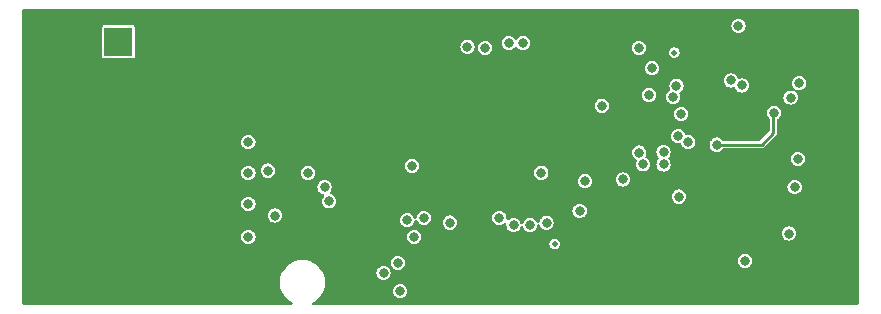
<source format=gbr>
%TF.GenerationSoftware,KiCad,Pcbnew,8.0.5*%
%TF.CreationDate,2024-10-21T10:38:41+01:00*%
%TF.ProjectId,LEXI-R422-Rev 3,4c455849-2d52-4343-9232-2d5265762033,rev?*%
%TF.SameCoordinates,Original*%
%TF.FileFunction,Copper,L3,Inr*%
%TF.FilePolarity,Positive*%
%FSLAX46Y46*%
G04 Gerber Fmt 4.6, Leading zero omitted, Abs format (unit mm)*
G04 Created by KiCad (PCBNEW 8.0.5) date 2024-10-21 10:38:41*
%MOMM*%
%LPD*%
G01*
G04 APERTURE LIST*
%TA.AperFunction,ComponentPad*%
%ADD10C,0.600000*%
%TD*%
%TA.AperFunction,ComponentPad*%
%ADD11R,2.400000X2.400000*%
%TD*%
%TA.AperFunction,ComponentPad*%
%ADD12C,2.400000*%
%TD*%
%TA.AperFunction,ViaPad*%
%ADD13C,0.600000*%
%TD*%
%TA.AperFunction,ViaPad*%
%ADD14C,0.400000*%
%TD*%
%TA.AperFunction,ViaPad*%
%ADD15C,0.500000*%
%TD*%
%TA.AperFunction,ViaPad*%
%ADD16C,0.800000*%
%TD*%
%TA.AperFunction,Conductor*%
%ADD17C,0.200000*%
%TD*%
%TA.AperFunction,Conductor*%
%ADD18C,0.250000*%
%TD*%
G04 APERTURE END LIST*
D10*
%TO.N,GND*%
%TO.C,U1*%
X26450000Y6650000D03*
X26450000Y5650000D03*
%TD*%
D11*
%TO.N,/+3V6d*%
%TO.C,BT1*%
X11750000Y19500000D03*
D12*
%TO.N,GND*%
X11750000Y-1500000D03*
X15500000Y-1500000D03*
X8000000Y-1500000D03*
%TD*%
D13*
%TO.N,GND*%
X70993000Y-993657D03*
X17653000Y-993657D03*
X51943000Y18056343D03*
X18923000Y276343D03*
X53213000Y-993657D03*
X4953000Y4086343D03*
X22733000Y276343D03*
X72263000Y14246343D03*
X13843000Y14246343D03*
X41783000Y2816343D03*
X73533000Y276343D03*
X11303000Y10436343D03*
X73533000Y2816343D03*
X11303000Y9166343D03*
X12573000Y10436343D03*
X31623000Y-993657D03*
X73533000Y12976343D03*
X29083000Y12976343D03*
X31623000Y20596343D03*
X68453000Y-993657D03*
X25273000Y10436343D03*
X8763000Y19326343D03*
X70993000Y1546343D03*
D14*
X35400000Y15200000D03*
X32400000Y15000000D03*
D13*
X13843000Y11706343D03*
X7493000Y1546343D03*
X73533000Y4086343D03*
X10033000Y11706343D03*
X18923000Y14246343D03*
X21463000Y14246343D03*
X7493000Y18056343D03*
X10033000Y14246343D03*
X22733000Y16786343D03*
X6223000Y11706343D03*
X37973000Y20596343D03*
X6223000Y18056343D03*
X13843000Y4086343D03*
D14*
X57000000Y18400000D03*
D13*
X72263000Y1546343D03*
X39243000Y19326343D03*
X32893000Y11706343D03*
X73533000Y1546343D03*
X24003000Y14246343D03*
X4953000Y-993657D03*
X15113000Y9166343D03*
X13843000Y16786343D03*
X30353000Y12976343D03*
X20193000Y6626343D03*
D14*
X27130000Y16960000D03*
D13*
X50673000Y1546343D03*
X51943000Y16786343D03*
X24003000Y-993657D03*
X6223000Y15516343D03*
X22733000Y14246343D03*
X18923000Y-993657D03*
X22733000Y18056343D03*
X15113000Y11706343D03*
X12573000Y5356343D03*
D14*
X30590000Y17150000D03*
D13*
X34163000Y11706343D03*
X25273000Y276343D03*
X6223000Y276343D03*
X51943000Y-993657D03*
X6223000Y20596343D03*
X54483000Y-993657D03*
X51943000Y19326343D03*
X41783000Y4086343D03*
D14*
X31800000Y15000000D03*
D13*
X58293000Y-993657D03*
X20193000Y11706343D03*
X72263000Y276343D03*
X72263000Y6626343D03*
X11303000Y11706343D03*
X20193000Y2816343D03*
X15113000Y4086343D03*
X11303000Y5356343D03*
D14*
X32400000Y17200000D03*
D13*
X22733000Y-993657D03*
X73533000Y14246343D03*
X73533000Y-993657D03*
X20193000Y5356343D03*
X25273000Y15516343D03*
X26543000Y12976343D03*
X8763000Y1546343D03*
X30353000Y-993657D03*
X20193000Y7896343D03*
X13843000Y2816343D03*
X57023000Y-993657D03*
X72263000Y2816343D03*
X21463000Y19326343D03*
X13843000Y18056343D03*
X24003000Y16786343D03*
X16383000Y15516343D03*
X15113000Y1546343D03*
X7493000Y19326343D03*
X10033000Y276343D03*
X18923000Y15516343D03*
X4953000Y16786343D03*
X49403000Y1546343D03*
X73533000Y11706343D03*
X11303000Y4086343D03*
X21463000Y16786343D03*
D14*
X33000000Y15000000D03*
D15*
X51400000Y10200000D03*
D13*
X7493000Y15516343D03*
X59563000Y-993657D03*
X12573000Y11706343D03*
X26543000Y11706343D03*
X58293000Y5356343D03*
X50673000Y-993657D03*
X57023000Y1546343D03*
X21463000Y276343D03*
X55753000Y1546343D03*
X72263000Y12976343D03*
D14*
X28920000Y17470000D03*
D13*
X56300000Y7300000D03*
X17653000Y14246343D03*
X21463000Y18056343D03*
X63373000Y-993657D03*
X15113000Y5356343D03*
X12573000Y4086343D03*
X32893000Y10436343D03*
X10033000Y16786343D03*
X32893000Y20596343D03*
X20193000Y4086343D03*
X10033000Y15516343D03*
X8763000Y15516343D03*
X34163000Y20596343D03*
X12573000Y2816343D03*
X13843000Y19326343D03*
X24003000Y18056343D03*
X25273000Y12976343D03*
X35433000Y19326343D03*
X21463000Y15516343D03*
X12573000Y1546343D03*
X13843000Y5356343D03*
X13843000Y9166343D03*
X24003000Y276343D03*
X55753000Y5356343D03*
X24003000Y19326343D03*
X27813000Y11706343D03*
X68453000Y276343D03*
X31623000Y12976343D03*
X32893000Y19326343D03*
X13843000Y15516343D03*
X4953000Y18056343D03*
D14*
X29990000Y17120000D03*
D13*
X7493000Y20596343D03*
D14*
X26840000Y17480000D03*
X36000000Y15200000D03*
D13*
X41783000Y1546343D03*
D14*
X28220000Y15600000D03*
D13*
X72263000Y9166343D03*
X8763000Y12976343D03*
X13843000Y6626343D03*
X15113000Y14246343D03*
D16*
X22707600Y21285200D03*
D13*
X15113000Y15516343D03*
X20193000Y276343D03*
X20193000Y1546343D03*
X70993000Y276343D03*
D14*
X31200000Y15000000D03*
D13*
X36703000Y20596343D03*
X34163000Y19326343D03*
D14*
X29340000Y17120000D03*
D13*
X69723000Y276343D03*
X64643000Y-993657D03*
X58293000Y1546343D03*
X29083000Y11706343D03*
X27813000Y12976343D03*
X11303000Y2816343D03*
X7493000Y16786343D03*
X4953000Y15516343D03*
X15113000Y12976343D03*
X34163000Y12976343D03*
X30353000Y11706343D03*
X73533000Y10436343D03*
X39243000Y20596343D03*
X35433000Y20596343D03*
X73533000Y7896343D03*
X48133000Y19326343D03*
X73533000Y6626343D03*
X4953000Y11706343D03*
X26543000Y10436343D03*
X25273000Y11706343D03*
X4953000Y276343D03*
X12573000Y16786343D03*
X20193000Y12976343D03*
X36703000Y19326343D03*
X16383000Y14246343D03*
X4953000Y20596343D03*
X8763000Y16786343D03*
X60833000Y-993657D03*
X8763000Y2816343D03*
X12573000Y7896343D03*
X26543000Y14246343D03*
X15113000Y2816343D03*
X25273000Y1546343D03*
X35433000Y12976343D03*
X72263000Y11706343D03*
X7493000Y14246343D03*
X4953000Y19326343D03*
X11303000Y12976343D03*
D14*
X31800000Y17200000D03*
D13*
X10033000Y12976343D03*
X17653000Y15516343D03*
X41783000Y-993657D03*
X32893000Y12976343D03*
X73533000Y9166343D03*
D14*
X31200000Y17200000D03*
D13*
X20193000Y9166343D03*
X10033000Y1546343D03*
X4953000Y1546343D03*
X6223000Y16786343D03*
X15113000Y6626343D03*
D14*
X28740000Y15350000D03*
D13*
X15113000Y10436343D03*
X13843000Y276343D03*
X20193000Y-993657D03*
X24003000Y15516343D03*
X10033000Y4086343D03*
X12573000Y14246343D03*
X22733000Y19326343D03*
X8763000Y4086343D03*
X55753000Y-993657D03*
X11303000Y14246343D03*
X72263000Y7896343D03*
X10033000Y2816343D03*
X20193000Y15516343D03*
X8763000Y20596343D03*
D14*
X34800000Y17200000D03*
D13*
X11303000Y15516343D03*
X25273000Y16786343D03*
D14*
X36600000Y17000000D03*
X36000000Y17000000D03*
D13*
X20193000Y10436343D03*
X34163000Y9166343D03*
X40513000Y1546343D03*
X31623000Y19326343D03*
D14*
X67800000Y10600000D03*
D13*
X8763000Y18056343D03*
D14*
X33000000Y17200000D03*
D13*
X73533000Y5356343D03*
X13843000Y20596343D03*
D14*
X33600000Y15000000D03*
D13*
X72263000Y-993657D03*
X72263000Y4086343D03*
D14*
X27350000Y16440000D03*
X35400000Y17000000D03*
X27740000Y15970000D03*
D13*
X49403000Y-993657D03*
X11303000Y16786343D03*
X72263000Y10436343D03*
X12573000Y9166343D03*
X12573000Y12976343D03*
X13843000Y12976343D03*
X6223000Y19326343D03*
D14*
X33600000Y17200000D03*
D13*
X69723000Y1546343D03*
X13843000Y10436343D03*
D14*
X34200000Y17200000D03*
D13*
X12573000Y6626343D03*
X31623000Y11706343D03*
X69723000Y-993657D03*
X34163000Y10436343D03*
X15113000Y7896343D03*
X21463000Y-993657D03*
X17653000Y276343D03*
X20193000Y14246343D03*
X25273000Y14246343D03*
X37973000Y19326343D03*
X62103000Y-993657D03*
D14*
X36600000Y15200000D03*
X56800000Y16200000D03*
D13*
X22733000Y15516343D03*
X12573000Y15516343D03*
X13843000Y1546343D03*
X13843000Y7896343D03*
X48133000Y20596343D03*
X35433000Y11706343D03*
X11303000Y1546343D03*
X8763000Y14246343D03*
D16*
%TO.N,/uRST*%
X56675000Y15000000D03*
X48000000Y4200000D03*
%TO.N,/uCLK*%
X46600000Y4000000D03*
X56920000Y17280000D03*
%TO.N,/uData*%
X45200000Y4000000D03*
X55800000Y19000000D03*
D15*
%TO.N,/uVDD*%
X48700000Y2400000D03*
D16*
X44000000Y4600000D03*
%TO.N,/VBAT*%
X29200000Y7200000D03*
X36200000Y4400000D03*
X39800000Y4200000D03*
X35400000Y800000D03*
X37600000Y4600000D03*
X35600000Y-1600000D03*
X36800000Y3000000D03*
X29600000Y6000000D03*
X27800000Y8400000D03*
%TO.N,/uPWRKEY*%
X64800000Y959998D03*
%TO.N,/uDTR*%
X63616429Y16235000D03*
%TO.N,/TxD*%
X69275000Y9600000D03*
%TO.N,/RxD*%
X69000000Y7200000D03*
%TO.N,/uDCD*%
X64532815Y15808952D03*
%TO.N,/RXD*%
X59148889Y11524985D03*
X41300000Y19100000D03*
X56152123Y9135421D03*
%TO.N,/TXD*%
X60000000Y11000000D03*
X57900000Y10150000D03*
X42800000Y19000000D03*
%TO.N,/VDD_EXT*%
X59200000Y6400000D03*
X36600000Y9000000D03*
X59000000Y15800000D03*
D15*
X58800000Y18600000D03*
D16*
%TO.N,/DTR*%
X46000000Y19400000D03*
X55850000Y10124985D03*
X59400000Y13400000D03*
%TO.N,/DCD*%
X44800000Y19400000D03*
%TO.N,/PWRKEY*%
X50800000Y5200000D03*
%TO.N,/Alim*%
X34200000Y-50000D03*
%TO.N,/+3V6d*%
X22750000Y8400000D03*
X69400000Y16000000D03*
X22750000Y5800000D03*
X24400000Y8600000D03*
X25000000Y4800000D03*
X22750000Y11000000D03*
X22750000Y3000000D03*
%TO.N,/+3V3_UC*%
X68500000Y3275000D03*
X67250000Y13500000D03*
X62400000Y10800000D03*
%TO.N,/Vbus*%
X58725000Y14838555D03*
X52675000Y14100000D03*
%TO.N,/U5V*%
X54450000Y7850000D03*
X51250000Y7700000D03*
%TO.N,/P99*%
X57900001Y9125000D03*
X47557087Y8427165D03*
%TO.N,/Network*%
X64246154Y20869231D03*
%TO.N,/PowerDown*%
X68660000Y14790000D03*
%TD*%
D17*
%TO.N,/TXD*%
X60000000Y11000000D02*
X59824985Y10824985D01*
D18*
%TO.N,/+3V3_UC*%
X67200000Y13450000D02*
X67250000Y13500000D01*
X62400000Y10800000D02*
X66200000Y10800000D01*
X67200000Y11800000D02*
X67200000Y13450000D01*
X66200000Y10800000D02*
X67200000Y11800000D01*
%TD*%
%TA.AperFunction,Conductor*%
%TO.N,GND*%
G36*
X74361321Y22264398D02*
G01*
X74407814Y22210742D01*
X74419200Y22158400D01*
X74419200Y-2654000D01*
X74399198Y-2722121D01*
X74345542Y-2768614D01*
X74293200Y-2780000D01*
X28282337Y-2780000D01*
X28214216Y-2759998D01*
X28167723Y-2706342D01*
X28157619Y-2636068D01*
X28187113Y-2571488D01*
X28219337Y-2544881D01*
X28331087Y-2480361D01*
X28388527Y-2447199D01*
X28586176Y-2295538D01*
X28762338Y-2119376D01*
X28913999Y-1921727D01*
X29038564Y-1705973D01*
X29082460Y-1599999D01*
X34994318Y-1599999D01*
X34994318Y-1600000D01*
X35014955Y-1756760D01*
X35014956Y-1756762D01*
X35075464Y-1902841D01*
X35171718Y-2028282D01*
X35297159Y-2124536D01*
X35443238Y-2185044D01*
X35600000Y-2205682D01*
X35756762Y-2185044D01*
X35902841Y-2124536D01*
X36028282Y-2028282D01*
X36124536Y-1902841D01*
X36185044Y-1756762D01*
X36205682Y-1600000D01*
X36185044Y-1443238D01*
X36124536Y-1297159D01*
X36028282Y-1171718D01*
X35902841Y-1075464D01*
X35756762Y-1014956D01*
X35756760Y-1014955D01*
X35600000Y-994318D01*
X35443239Y-1014955D01*
X35297160Y-1075463D01*
X35297157Y-1075465D01*
X35171718Y-1171718D01*
X35075465Y-1297157D01*
X35075463Y-1297160D01*
X35014955Y-1443239D01*
X34994318Y-1599999D01*
X29082460Y-1599999D01*
X29133902Y-1475807D01*
X29198382Y-1235165D01*
X29230900Y-988165D01*
X29230900Y-739035D01*
X29198382Y-492035D01*
X29133902Y-251393D01*
X29050482Y-49999D01*
X33594318Y-49999D01*
X33594318Y-50000D01*
X33614955Y-206760D01*
X33614956Y-206762D01*
X33675464Y-352841D01*
X33771718Y-478282D01*
X33897159Y-574536D01*
X34043238Y-635044D01*
X34200000Y-655682D01*
X34356762Y-635044D01*
X34502841Y-574536D01*
X34628282Y-478282D01*
X34724536Y-352841D01*
X34785044Y-206762D01*
X34805682Y-50000D01*
X34785044Y106762D01*
X34724536Y252841D01*
X34628282Y378282D01*
X34502841Y474536D01*
X34356762Y535044D01*
X34200000Y555682D01*
X34043238Y535044D01*
X33897159Y474536D01*
X33771718Y378282D01*
X33675465Y252842D01*
X33675463Y252839D01*
X33614955Y106760D01*
X33594318Y-49999D01*
X29050482Y-49999D01*
X29038564Y-21227D01*
X29038558Y-21218D01*
X29038557Y-21214D01*
X28961290Y112615D01*
X28913999Y194527D01*
X28762338Y392176D01*
X28586176Y568338D01*
X28388527Y719999D01*
X28249961Y800000D01*
X34794318Y800000D01*
X34794318Y799999D01*
X34814955Y643239D01*
X34875463Y497160D01*
X34875465Y497157D01*
X34971718Y371718D01*
X35097157Y275465D01*
X35097160Y275463D01*
X35243239Y214955D01*
X35400000Y194318D01*
X35556760Y214955D01*
X35702839Y275463D01*
X35702842Y275465D01*
X35828282Y371718D01*
X35924536Y497159D01*
X35985044Y643238D01*
X36005682Y800000D01*
X35985044Y956762D01*
X35983704Y959998D01*
X64194318Y959998D01*
X64194318Y959997D01*
X64214955Y803237D01*
X64275463Y657158D01*
X64275465Y657155D01*
X64371718Y531716D01*
X64497157Y435463D01*
X64497160Y435461D01*
X64643239Y374953D01*
X64800000Y354316D01*
X64956760Y374953D01*
X65102839Y435461D01*
X65102842Y435463D01*
X65228282Y531716D01*
X65324536Y657157D01*
X65385044Y803236D01*
X65405682Y959998D01*
X65385044Y1116760D01*
X65324536Y1262839D01*
X65228282Y1388280D01*
X65102841Y1484534D01*
X64956762Y1545042D01*
X64800000Y1565680D01*
X64643238Y1545042D01*
X64497159Y1484534D01*
X64371718Y1388280D01*
X64275465Y1262840D01*
X64275463Y1262837D01*
X64214955Y1116758D01*
X64194318Y959998D01*
X35983704Y959998D01*
X35924536Y1102841D01*
X35828282Y1228282D01*
X35702841Y1324536D01*
X35556762Y1385044D01*
X35400000Y1405682D01*
X35243238Y1385044D01*
X35097159Y1324536D01*
X34971718Y1228282D01*
X34886143Y1116758D01*
X34875465Y1102842D01*
X34875463Y1102839D01*
X34814955Y956760D01*
X34794318Y800000D01*
X28249961Y800000D01*
X28172773Y844564D01*
X27942607Y939902D01*
X27701965Y1004382D01*
X27701958Y1004382D01*
X27701958Y1004383D01*
X27678190Y1007511D01*
X27454965Y1036900D01*
X27205835Y1036900D01*
X27022499Y1012763D01*
X26958841Y1004383D01*
X26958839Y1004382D01*
X26958835Y1004382D01*
X26718193Y939902D01*
X26488027Y844564D01*
X26488018Y844558D01*
X26488014Y844557D01*
X26272276Y720001D01*
X26272273Y719999D01*
X26074624Y568338D01*
X26074618Y568332D01*
X26074613Y568328D01*
X25898471Y392186D01*
X25898466Y392180D01*
X25898462Y392176D01*
X25762477Y214956D01*
X25746798Y194523D01*
X25622242Y-21214D01*
X25622237Y-21225D01*
X25526898Y-251393D01*
X25526897Y-251397D01*
X25462416Y-492041D01*
X25429900Y-739032D01*
X25429900Y-988167D01*
X25462416Y-1235158D01*
X25462418Y-1235165D01*
X25526898Y-1475807D01*
X25622236Y-1705973D01*
X25622237Y-1705974D01*
X25622242Y-1705985D01*
X25746798Y-1921723D01*
X25746800Y-1921726D01*
X25746801Y-1921727D01*
X25898462Y-2119376D01*
X25898466Y-2119380D01*
X25898471Y-2119386D01*
X26074613Y-2295528D01*
X26074618Y-2295532D01*
X26074624Y-2295538D01*
X26272273Y-2447199D01*
X26272276Y-2447201D01*
X26441463Y-2544881D01*
X26490456Y-2596263D01*
X26503892Y-2665977D01*
X26477506Y-2731888D01*
X26419674Y-2773070D01*
X26378463Y-2780000D01*
X3751000Y-2780000D01*
X3682879Y-2759998D01*
X3636386Y-2706342D01*
X3625000Y-2654000D01*
X3625000Y3000000D01*
X22144318Y3000000D01*
X22144318Y2999999D01*
X22164955Y2843239D01*
X22225463Y2697160D01*
X22225465Y2697157D01*
X22321718Y2571718D01*
X22447157Y2475465D01*
X22447160Y2475463D01*
X22593239Y2414955D01*
X22750000Y2394318D01*
X22906760Y2414955D01*
X23052839Y2475463D01*
X23052842Y2475465D01*
X23121599Y2528224D01*
X23178282Y2571718D01*
X23274536Y2697159D01*
X23335044Y2843238D01*
X23345363Y2921619D01*
X23355682Y2999999D01*
X23355682Y3000000D01*
X36194318Y3000000D01*
X36194318Y2999999D01*
X36214955Y2843239D01*
X36275463Y2697160D01*
X36275465Y2697157D01*
X36371718Y2571718D01*
X36497157Y2475465D01*
X36497160Y2475463D01*
X36643239Y2414955D01*
X36800000Y2394318D01*
X36843161Y2400000D01*
X48244867Y2400000D01*
X48263303Y2271775D01*
X48317118Y2153937D01*
X48401951Y2056032D01*
X48510926Y1985998D01*
X48510933Y1985995D01*
X48635223Y1949501D01*
X48635225Y1949500D01*
X48635228Y1949500D01*
X48635232Y1949500D01*
X48764768Y1949500D01*
X48764772Y1949500D01*
X48764774Y1949500D01*
X48764776Y1949501D01*
X48889066Y1985995D01*
X48889069Y1985996D01*
X48889070Y1985996D01*
X48889073Y1985998D01*
X48998048Y2056032D01*
X48998049Y2056033D01*
X49082882Y2153937D01*
X49136697Y2271774D01*
X49155133Y2400000D01*
X49136697Y2528226D01*
X49082882Y2646063D01*
X48998049Y2743967D01*
X48889069Y2814004D01*
X48764772Y2850500D01*
X48635228Y2850500D01*
X48510931Y2814004D01*
X48401951Y2743967D01*
X48317118Y2646063D01*
X48263303Y2528226D01*
X48263303Y2528224D01*
X48244867Y2400000D01*
X36843161Y2400000D01*
X36956760Y2414955D01*
X37102839Y2475463D01*
X37102842Y2475465D01*
X37171599Y2528224D01*
X37228282Y2571718D01*
X37324536Y2697159D01*
X37385044Y2843238D01*
X37395363Y2921619D01*
X37405682Y2999999D01*
X37405682Y3000000D01*
X37390116Y3118238D01*
X37385044Y3156762D01*
X37336068Y3275000D01*
X67894318Y3275000D01*
X67894318Y3274999D01*
X67914955Y3118239D01*
X67975463Y2972160D01*
X67975465Y2972157D01*
X68071718Y2846718D01*
X68197157Y2750465D01*
X68197160Y2750463D01*
X68343239Y2689955D01*
X68500000Y2669318D01*
X68656760Y2689955D01*
X68802839Y2750463D01*
X68802842Y2750465D01*
X68928282Y2846718D01*
X69024536Y2972159D01*
X69085044Y3118238D01*
X69105682Y3275000D01*
X69085044Y3431762D01*
X69024536Y3577841D01*
X68928282Y3703282D01*
X68802841Y3799536D01*
X68656762Y3860044D01*
X68500000Y3880682D01*
X68343238Y3860044D01*
X68197159Y3799536D01*
X68071718Y3703282D01*
X67980991Y3585044D01*
X67975465Y3577842D01*
X67975463Y3577839D01*
X67914955Y3431760D01*
X67894318Y3275000D01*
X37336068Y3275000D01*
X37324536Y3302841D01*
X37228282Y3428282D01*
X37102841Y3524536D01*
X36956762Y3585044D01*
X36800000Y3605682D01*
X36643238Y3585044D01*
X36497159Y3524536D01*
X36371718Y3428282D01*
X36345657Y3394318D01*
X36275465Y3302842D01*
X36275463Y3302839D01*
X36214955Y3156760D01*
X36194318Y3000000D01*
X23355682Y3000000D01*
X23340116Y3118238D01*
X23335044Y3156762D01*
X23274536Y3302841D01*
X23178282Y3428282D01*
X23052841Y3524536D01*
X22906762Y3585044D01*
X22750000Y3605682D01*
X22593238Y3585044D01*
X22447159Y3524536D01*
X22321718Y3428282D01*
X22295657Y3394318D01*
X22225465Y3302842D01*
X22225463Y3302839D01*
X22164955Y3156760D01*
X22144318Y3000000D01*
X3625000Y3000000D01*
X3625000Y4800000D01*
X24394318Y4800000D01*
X24394318Y4799999D01*
X24414955Y4643239D01*
X24475463Y4497160D01*
X24475465Y4497157D01*
X24571718Y4371718D01*
X24697157Y4275465D01*
X24697160Y4275463D01*
X24843239Y4214955D01*
X25000000Y4194318D01*
X25156760Y4214955D01*
X25302839Y4275463D01*
X25302842Y4275465D01*
X25428282Y4371718D01*
X25449983Y4400000D01*
X35594318Y4400000D01*
X35594318Y4399999D01*
X35614955Y4243239D01*
X35675463Y4097160D01*
X35675465Y4097157D01*
X35771718Y3971718D01*
X35897157Y3875465D01*
X35897160Y3875463D01*
X36043239Y3814955D01*
X36200000Y3794318D01*
X36356760Y3814955D01*
X36502839Y3875463D01*
X36502842Y3875465D01*
X36509641Y3880682D01*
X36628282Y3971718D01*
X36724536Y4097159D01*
X36785044Y4243238D01*
X36799096Y4349974D01*
X36827818Y4414901D01*
X36887084Y4453993D01*
X36958075Y4454838D01*
X37018254Y4417168D01*
X37040425Y4381749D01*
X37075464Y4297159D01*
X37075465Y4297158D01*
X37075465Y4297157D01*
X37171718Y4171718D01*
X37297157Y4075465D01*
X37297160Y4075463D01*
X37443239Y4014955D01*
X37600000Y3994318D01*
X37756760Y4014955D01*
X37902839Y4075463D01*
X37902842Y4075465D01*
X38028282Y4171718D01*
X38049983Y4200000D01*
X39194318Y4200000D01*
X39194318Y4199999D01*
X39214955Y4043239D01*
X39275463Y3897160D01*
X39275465Y3897157D01*
X39371718Y3771718D01*
X39497157Y3675465D01*
X39497160Y3675463D01*
X39643239Y3614955D01*
X39800000Y3594318D01*
X39956760Y3614955D01*
X40102839Y3675463D01*
X40102842Y3675465D01*
X40228282Y3771718D01*
X40324536Y3897159D01*
X40385044Y4043238D01*
X40405682Y4200000D01*
X40385044Y4356762D01*
X40324536Y4502841D01*
X40249983Y4600000D01*
X43394318Y4600000D01*
X43394318Y4599999D01*
X43414955Y4443239D01*
X43475463Y4297160D01*
X43475465Y4297157D01*
X43571718Y4171718D01*
X43697157Y4075465D01*
X43697160Y4075463D01*
X43843239Y4014955D01*
X44000000Y3994318D01*
X44156760Y4014955D01*
X44302839Y4075463D01*
X44302842Y4075465D01*
X44312097Y4082566D01*
X44396792Y4147555D01*
X44463013Y4173155D01*
X44532562Y4158890D01*
X44583357Y4109289D01*
X44599273Y4040099D01*
X44598418Y4031147D01*
X44594318Y4000001D01*
X44594318Y3999999D01*
X44614955Y3843239D01*
X44675463Y3697160D01*
X44675465Y3697157D01*
X44771718Y3571718D01*
X44897157Y3475465D01*
X44897160Y3475463D01*
X45043239Y3414955D01*
X45200000Y3394318D01*
X45356760Y3414955D01*
X45502839Y3475463D01*
X45502842Y3475465D01*
X45566790Y3524534D01*
X45628282Y3571718D01*
X45724536Y3697159D01*
X45783591Y3839731D01*
X45828140Y3895012D01*
X45895503Y3917433D01*
X45964294Y3899875D01*
X46012672Y3847913D01*
X46016409Y3839731D01*
X46075463Y3697160D01*
X46075465Y3697157D01*
X46171718Y3571718D01*
X46297157Y3475465D01*
X46297160Y3475463D01*
X46443239Y3414955D01*
X46600000Y3394318D01*
X46756760Y3414955D01*
X46902839Y3475463D01*
X46902842Y3475465D01*
X46966790Y3524534D01*
X47028282Y3571718D01*
X47124536Y3697159D01*
X47185044Y3843238D01*
X47199096Y3949974D01*
X47227818Y4014901D01*
X47287084Y4053993D01*
X47358075Y4054838D01*
X47418254Y4017168D01*
X47440425Y3981749D01*
X47475464Y3897159D01*
X47475465Y3897158D01*
X47475465Y3897157D01*
X47571718Y3771718D01*
X47697157Y3675465D01*
X47697160Y3675463D01*
X47843239Y3614955D01*
X48000000Y3594318D01*
X48156760Y3614955D01*
X48302839Y3675463D01*
X48302842Y3675465D01*
X48428282Y3771718D01*
X48524536Y3897159D01*
X48585044Y4043238D01*
X48605682Y4200000D01*
X48585044Y4356762D01*
X48524536Y4502841D01*
X48428282Y4628282D01*
X48302841Y4724536D01*
X48156762Y4785044D01*
X48000000Y4805682D01*
X47843238Y4785044D01*
X47697159Y4724536D01*
X47571718Y4628282D01*
X47492111Y4524536D01*
X47475465Y4502842D01*
X47475463Y4502839D01*
X47414955Y4356760D01*
X47400903Y4250024D01*
X47372180Y4185097D01*
X47312915Y4146006D01*
X47241923Y4145161D01*
X47181745Y4182832D01*
X47159575Y4218248D01*
X47124536Y4302841D01*
X47028282Y4428282D01*
X46902841Y4524536D01*
X46756762Y4585044D01*
X46600000Y4605682D01*
X46443238Y4585044D01*
X46297159Y4524536D01*
X46171718Y4428282D01*
X46075465Y4302842D01*
X46075463Y4302839D01*
X46064643Y4276719D01*
X46016407Y4160266D01*
X45971861Y4104987D01*
X45904497Y4082566D01*
X45835706Y4100124D01*
X45787328Y4152086D01*
X45783599Y4160250D01*
X45724536Y4302841D01*
X45628282Y4428282D01*
X45502841Y4524536D01*
X45356762Y4585044D01*
X45200000Y4605682D01*
X45043238Y4585044D01*
X44897159Y4524536D01*
X44803207Y4452444D01*
X44736986Y4426844D01*
X44667438Y4441109D01*
X44616642Y4490710D01*
X44600726Y4559900D01*
X44601579Y4568835D01*
X44605682Y4600000D01*
X44585044Y4756762D01*
X44524536Y4902841D01*
X44428282Y5028282D01*
X44302841Y5124536D01*
X44156762Y5185044D01*
X44043159Y5200000D01*
X50194318Y5200000D01*
X50194318Y5199999D01*
X50214955Y5043239D01*
X50275463Y4897160D01*
X50275465Y4897157D01*
X50371718Y4771718D01*
X50497157Y4675465D01*
X50497160Y4675463D01*
X50643239Y4614955D01*
X50800000Y4594318D01*
X50956760Y4614955D01*
X51102839Y4675463D01*
X51102842Y4675465D01*
X51138514Y4702837D01*
X51228282Y4771718D01*
X51324536Y4897159D01*
X51385044Y5043238D01*
X51405682Y5200000D01*
X51385044Y5356762D01*
X51324536Y5502841D01*
X51228282Y5628282D01*
X51102841Y5724536D01*
X50956762Y5785044D01*
X50800000Y5805682D01*
X50643238Y5785044D01*
X50497159Y5724536D01*
X50371718Y5628282D01*
X50275465Y5502842D01*
X50275463Y5502839D01*
X50214955Y5356760D01*
X50194318Y5200000D01*
X44043159Y5200000D01*
X44000000Y5205682D01*
X43843238Y5185044D01*
X43697159Y5124536D01*
X43571718Y5028282D01*
X43492111Y4924536D01*
X43475465Y4902842D01*
X43475463Y4902839D01*
X43414955Y4756760D01*
X43394318Y4600000D01*
X40249983Y4600000D01*
X40228282Y4628282D01*
X40102841Y4724536D01*
X39956762Y4785044D01*
X39800000Y4805682D01*
X39643238Y4785044D01*
X39497159Y4724536D01*
X39371718Y4628282D01*
X39292111Y4524536D01*
X39275465Y4502842D01*
X39275463Y4502839D01*
X39214955Y4356760D01*
X39194318Y4200000D01*
X38049983Y4200000D01*
X38124536Y4297159D01*
X38185044Y4443238D01*
X38205682Y4600000D01*
X38185044Y4756762D01*
X38124536Y4902841D01*
X38028282Y5028282D01*
X37902841Y5124536D01*
X37756762Y5185044D01*
X37600000Y5205682D01*
X37443238Y5185044D01*
X37297159Y5124536D01*
X37171718Y5028282D01*
X37092111Y4924536D01*
X37075465Y4902842D01*
X37075463Y4902839D01*
X37014955Y4756760D01*
X37000903Y4650024D01*
X36972180Y4585097D01*
X36912915Y4546006D01*
X36841923Y4545161D01*
X36781745Y4582832D01*
X36759575Y4618248D01*
X36724536Y4702841D01*
X36628282Y4828282D01*
X36502841Y4924536D01*
X36356762Y4985044D01*
X36200000Y5005682D01*
X36043238Y4985044D01*
X35897159Y4924536D01*
X35771718Y4828282D01*
X35692111Y4724536D01*
X35675465Y4702842D01*
X35675463Y4702839D01*
X35614955Y4556760D01*
X35594318Y4400000D01*
X25449983Y4400000D01*
X25524536Y4497159D01*
X25585044Y4643238D01*
X25605682Y4800000D01*
X25585044Y4956762D01*
X25524536Y5102841D01*
X25428282Y5228282D01*
X25302841Y5324536D01*
X25156762Y5385044D01*
X25000000Y5405682D01*
X24843238Y5385044D01*
X24697159Y5324536D01*
X24571718Y5228282D01*
X24492111Y5124536D01*
X24475465Y5102842D01*
X24475463Y5102839D01*
X24414955Y4956760D01*
X24394318Y4800000D01*
X3625000Y4800000D01*
X3625000Y5800000D01*
X22144318Y5800000D01*
X22144318Y5799999D01*
X22164955Y5643239D01*
X22225463Y5497160D01*
X22225465Y5497157D01*
X22321718Y5371718D01*
X22447157Y5275465D01*
X22447160Y5275463D01*
X22593239Y5214955D01*
X22750000Y5194318D01*
X22906760Y5214955D01*
X23052839Y5275463D01*
X23052842Y5275465D01*
X23116790Y5324534D01*
X23178282Y5371718D01*
X23274536Y5497159D01*
X23335044Y5643238D01*
X23355682Y5800000D01*
X23335044Y5956762D01*
X23274536Y6102841D01*
X23178282Y6228282D01*
X23052841Y6324536D01*
X22906762Y6385044D01*
X22750000Y6405682D01*
X22593238Y6385044D01*
X22447159Y6324536D01*
X22321718Y6228282D01*
X22225465Y6102842D01*
X22225463Y6102839D01*
X22164955Y5956760D01*
X22144318Y5800000D01*
X3625000Y5800000D01*
X3625000Y7200000D01*
X28594318Y7200000D01*
X28594318Y7199999D01*
X28614955Y7043239D01*
X28675463Y6897160D01*
X28675465Y6897157D01*
X28771718Y6771718D01*
X28897157Y6675465D01*
X28897160Y6675463D01*
X28982731Y6640018D01*
X29043238Y6614956D01*
X29052878Y6613686D01*
X29073657Y6610951D01*
X29138584Y6582227D01*
X29177675Y6522962D01*
X29178518Y6451970D01*
X29157172Y6409325D01*
X29138541Y6385044D01*
X29075465Y6302842D01*
X29075463Y6302839D01*
X29014955Y6156760D01*
X28994318Y6000000D01*
X28994318Y5999999D01*
X29014955Y5843239D01*
X29075463Y5697160D01*
X29075465Y5697157D01*
X29171718Y5571718D01*
X29297157Y5475465D01*
X29297160Y5475463D01*
X29443239Y5414955D01*
X29600000Y5394318D01*
X29756760Y5414955D01*
X29902839Y5475463D01*
X29902842Y5475465D01*
X30028282Y5571718D01*
X30124536Y5697159D01*
X30185044Y5843238D01*
X30205682Y6000000D01*
X30185044Y6156762D01*
X30124536Y6302841D01*
X30049983Y6400000D01*
X58594318Y6400000D01*
X58594318Y6399999D01*
X58614955Y6243239D01*
X58675463Y6097160D01*
X58675465Y6097157D01*
X58771718Y5971718D01*
X58897157Y5875465D01*
X58897160Y5875463D01*
X59043239Y5814955D01*
X59200000Y5794318D01*
X59356760Y5814955D01*
X59502839Y5875463D01*
X59502842Y5875465D01*
X59628282Y5971718D01*
X59724536Y6097159D01*
X59785044Y6243238D01*
X59805682Y6400000D01*
X59785044Y6556762D01*
X59724536Y6702841D01*
X59628282Y6828282D01*
X59502841Y6924536D01*
X59356762Y6985044D01*
X59200000Y7005682D01*
X59043238Y6985044D01*
X58897159Y6924536D01*
X58771718Y6828282D01*
X58710135Y6748025D01*
X58675465Y6702842D01*
X58675463Y6702839D01*
X58614955Y6556760D01*
X58594318Y6400000D01*
X30049983Y6400000D01*
X30028282Y6428282D01*
X29902841Y6524536D01*
X29756762Y6585044D01*
X29726344Y6589048D01*
X29661418Y6617769D01*
X29622325Y6677034D01*
X29621480Y6748025D01*
X29642827Y6790674D01*
X29724534Y6897157D01*
X29724536Y6897159D01*
X29785044Y7043238D01*
X29805682Y7200000D01*
X29785044Y7356762D01*
X29724536Y7502841D01*
X29628282Y7628282D01*
X29534817Y7700000D01*
X50644318Y7700000D01*
X50644318Y7699999D01*
X50664955Y7543239D01*
X50725463Y7397160D01*
X50725465Y7397157D01*
X50821718Y7271718D01*
X50947157Y7175465D01*
X50947160Y7175463D01*
X51093239Y7114955D01*
X51250000Y7094318D01*
X51406760Y7114955D01*
X51552839Y7175463D01*
X51552842Y7175465D01*
X51584817Y7200000D01*
X68394318Y7200000D01*
X68394318Y7199999D01*
X68414955Y7043239D01*
X68475463Y6897160D01*
X68475465Y6897157D01*
X68571718Y6771718D01*
X68697157Y6675465D01*
X68697160Y6675463D01*
X68843239Y6614955D01*
X69000000Y6594318D01*
X69156760Y6614955D01*
X69302839Y6675463D01*
X69302842Y6675465D01*
X69304887Y6677034D01*
X69428282Y6771718D01*
X69524536Y6897159D01*
X69585044Y7043238D01*
X69605682Y7200000D01*
X69585044Y7356762D01*
X69524536Y7502841D01*
X69428282Y7628282D01*
X69302841Y7724536D01*
X69156762Y7785044D01*
X69000000Y7805682D01*
X68843238Y7785044D01*
X68697159Y7724536D01*
X68571718Y7628282D01*
X68506462Y7543238D01*
X68475465Y7502842D01*
X68475463Y7502839D01*
X68414955Y7356760D01*
X68394318Y7200000D01*
X51584817Y7200000D01*
X51678282Y7271718D01*
X51774536Y7397159D01*
X51835044Y7543238D01*
X51855682Y7700000D01*
X51835934Y7850000D01*
X53844318Y7850000D01*
X53844318Y7849999D01*
X53864955Y7693239D01*
X53925463Y7547160D01*
X53925465Y7547157D01*
X54021718Y7421718D01*
X54147157Y7325465D01*
X54147160Y7325463D01*
X54293239Y7264955D01*
X54450000Y7244318D01*
X54606760Y7264955D01*
X54752839Y7325463D01*
X54752842Y7325465D01*
X54878282Y7421718D01*
X54974536Y7547159D01*
X55035044Y7693238D01*
X55048351Y7794318D01*
X55055682Y7849999D01*
X55055682Y7850000D01*
X55048753Y7902630D01*
X55035044Y8006762D01*
X54974536Y8152841D01*
X54878282Y8278282D01*
X54752841Y8374536D01*
X54606762Y8435044D01*
X54450000Y8455682D01*
X54293238Y8435044D01*
X54147159Y8374536D01*
X54021718Y8278282D01*
X53980476Y8224534D01*
X53925465Y8152842D01*
X53925463Y8152839D01*
X53864955Y8006760D01*
X53844318Y7850000D01*
X51835934Y7850000D01*
X51835044Y7856762D01*
X51774536Y8002841D01*
X51678282Y8128282D01*
X51552841Y8224536D01*
X51406762Y8285044D01*
X51250000Y8305682D01*
X51093238Y8285044D01*
X50947159Y8224536D01*
X50821718Y8128282D01*
X50728473Y8006762D01*
X50725465Y8002842D01*
X50725463Y8002839D01*
X50664955Y7856760D01*
X50644318Y7700000D01*
X29534817Y7700000D01*
X29502841Y7724536D01*
X29356762Y7785044D01*
X29200000Y7805682D01*
X29043238Y7785044D01*
X28897159Y7724536D01*
X28771718Y7628282D01*
X28706462Y7543238D01*
X28675465Y7502842D01*
X28675463Y7502839D01*
X28614955Y7356760D01*
X28594318Y7200000D01*
X3625000Y7200000D01*
X3625000Y8400000D01*
X22144318Y8400000D01*
X22144318Y8399999D01*
X22164955Y8243239D01*
X22225463Y8097160D01*
X22225465Y8097157D01*
X22321718Y7971718D01*
X22447157Y7875465D01*
X22447160Y7875463D01*
X22593239Y7814955D01*
X22750000Y7794318D01*
X22906760Y7814955D01*
X23052839Y7875463D01*
X23052842Y7875465D01*
X23178282Y7971718D01*
X23274536Y8097159D01*
X23335044Y8243238D01*
X23355682Y8400000D01*
X23335044Y8556762D01*
X23317134Y8600000D01*
X23794318Y8600000D01*
X23794318Y8599999D01*
X23814955Y8443239D01*
X23875463Y8297160D01*
X23875465Y8297157D01*
X23971718Y8171718D01*
X24097157Y8075465D01*
X24097160Y8075463D01*
X24243239Y8014955D01*
X24400000Y7994318D01*
X24556760Y8014955D01*
X24702839Y8075463D01*
X24702842Y8075465D01*
X24828282Y8171718D01*
X24924536Y8297159D01*
X24967134Y8400000D01*
X27194318Y8400000D01*
X27194318Y8399999D01*
X27214955Y8243239D01*
X27275463Y8097160D01*
X27275465Y8097157D01*
X27371718Y7971718D01*
X27497157Y7875465D01*
X27497160Y7875463D01*
X27643239Y7814955D01*
X27800000Y7794318D01*
X27956760Y7814955D01*
X28102839Y7875463D01*
X28102842Y7875465D01*
X28228282Y7971718D01*
X28324536Y8097159D01*
X28385044Y8243238D01*
X28405682Y8400000D01*
X28385044Y8556762D01*
X28324536Y8702841D01*
X28228282Y8828282D01*
X28102841Y8924536D01*
X27956762Y8985044D01*
X27843159Y9000000D01*
X35994318Y9000000D01*
X35994318Y8999999D01*
X36014955Y8843239D01*
X36075463Y8697160D01*
X36075465Y8697157D01*
X36171718Y8571718D01*
X36297157Y8475465D01*
X36297160Y8475463D01*
X36443239Y8414955D01*
X36600000Y8394318D01*
X36756760Y8414955D01*
X36786238Y8427165D01*
X46951405Y8427165D01*
X46951405Y8427164D01*
X46972042Y8270404D01*
X47032550Y8124325D01*
X47032552Y8124322D01*
X47128805Y7998883D01*
X47254244Y7902630D01*
X47254247Y7902628D01*
X47400326Y7842120D01*
X47557087Y7821483D01*
X47713847Y7842120D01*
X47859926Y7902628D01*
X47859929Y7902630D01*
X47985369Y7998883D01*
X48081623Y8124324D01*
X48142131Y8270403D01*
X48162769Y8427165D01*
X48142131Y8583927D01*
X48081623Y8730006D01*
X47985369Y8855447D01*
X47859928Y8951701D01*
X47713849Y9012209D01*
X47557087Y9032847D01*
X47400325Y9012209D01*
X47254246Y8951701D01*
X47128805Y8855447D01*
X47103261Y8822157D01*
X47032552Y8730007D01*
X47032550Y8730004D01*
X46972042Y8583925D01*
X46951405Y8427165D01*
X36786238Y8427165D01*
X36902839Y8475463D01*
X36902842Y8475465D01*
X37028282Y8571718D01*
X37124536Y8697159D01*
X37185044Y8843238D01*
X37199323Y8951701D01*
X37205682Y8999999D01*
X37205682Y9000000D01*
X37189287Y9124534D01*
X37185044Y9156762D01*
X37124536Y9302841D01*
X37028282Y9428282D01*
X36902841Y9524536D01*
X36756762Y9585044D01*
X36600000Y9605682D01*
X36443238Y9585044D01*
X36297159Y9524536D01*
X36171718Y9428282D01*
X36075465Y9302842D01*
X36075463Y9302839D01*
X36014955Y9156760D01*
X35994318Y9000000D01*
X27843159Y9000000D01*
X27800000Y9005682D01*
X27643238Y8985044D01*
X27497159Y8924536D01*
X27371718Y8828282D01*
X27296307Y8730004D01*
X27275465Y8702842D01*
X27275463Y8702839D01*
X27214955Y8556760D01*
X27194318Y8400000D01*
X24967134Y8400000D01*
X24985044Y8443238D01*
X25005682Y8600000D01*
X24985044Y8756762D01*
X24924536Y8902841D01*
X24828282Y9028282D01*
X24702841Y9124536D01*
X24556762Y9185044D01*
X24400000Y9205682D01*
X24243238Y9185044D01*
X24097159Y9124536D01*
X23971718Y9028282D01*
X23912954Y8951699D01*
X23875465Y8902842D01*
X23875463Y8902839D01*
X23814955Y8756760D01*
X23794318Y8600000D01*
X23317134Y8600000D01*
X23274536Y8702841D01*
X23178282Y8828282D01*
X23052841Y8924536D01*
X22906762Y8985044D01*
X22750000Y9005682D01*
X22593238Y8985044D01*
X22447159Y8924536D01*
X22321718Y8828282D01*
X22246307Y8730004D01*
X22225465Y8702842D01*
X22225463Y8702839D01*
X22164955Y8556760D01*
X22144318Y8400000D01*
X3625000Y8400000D01*
X3625000Y10124985D01*
X55244318Y10124985D01*
X55244318Y10124984D01*
X55264955Y9968224D01*
X55325463Y9822145D01*
X55325465Y9822142D01*
X55421718Y9696703D01*
X55547157Y9600450D01*
X55547166Y9600445D01*
X55556744Y9596478D01*
X55612024Y9551929D01*
X55634443Y9484565D01*
X55624932Y9431853D01*
X55567078Y9292181D01*
X55546441Y9135421D01*
X55546441Y9135420D01*
X55567078Y8978660D01*
X55627586Y8832581D01*
X55627588Y8832578D01*
X55723841Y8707139D01*
X55849280Y8610886D01*
X55849283Y8610884D01*
X55995362Y8550376D01*
X56152123Y8529739D01*
X56308883Y8550376D01*
X56454962Y8610884D01*
X56454965Y8610886D01*
X56580405Y8707139D01*
X56676659Y8832580D01*
X56737167Y8978659D01*
X56757805Y9135421D01*
X56737167Y9292183D01*
X56676659Y9438262D01*
X56580405Y9563703D01*
X56454964Y9659957D01*
X56445382Y9663925D01*
X56390103Y9708469D01*
X56367679Y9775831D01*
X56377190Y9828552D01*
X56435044Y9968223D01*
X56455682Y10124985D01*
X56452389Y10150000D01*
X57294318Y10150000D01*
X57294318Y10149999D01*
X57314955Y9993239D01*
X57375463Y9847160D01*
X57375465Y9847157D01*
X57394660Y9822142D01*
X57444829Y9756760D01*
X57476746Y9715166D01*
X57474171Y9713190D01*
X57500879Y9664218D01*
X57495778Y9593405D01*
X57475034Y9561147D01*
X57476747Y9559834D01*
X57471720Y9553282D01*
X57471719Y9553282D01*
X57375803Y9428281D01*
X57375466Y9427842D01*
X57375464Y9427839D01*
X57314956Y9281760D01*
X57294319Y9125000D01*
X57294319Y9124999D01*
X57314956Y8968239D01*
X57375464Y8822160D01*
X57375466Y8822157D01*
X57471719Y8696718D01*
X57597158Y8600465D01*
X57597161Y8600463D01*
X57743240Y8539955D01*
X57900001Y8519318D01*
X58056761Y8539955D01*
X58202840Y8600463D01*
X58202843Y8600465D01*
X58328283Y8696718D01*
X58424537Y8822159D01*
X58485045Y8968238D01*
X58499161Y9075463D01*
X58505683Y9124999D01*
X58505683Y9125000D01*
X58485045Y9281760D01*
X58485045Y9281762D01*
X58424537Y9427841D01*
X58328283Y9553282D01*
X58328281Y9553282D01*
X58323255Y9559834D01*
X58325845Y9561821D01*
X58304972Y9600000D01*
X68669318Y9600000D01*
X68669318Y9599999D01*
X68689955Y9443239D01*
X68750463Y9297160D01*
X68750465Y9297157D01*
X68846718Y9171718D01*
X68972157Y9075465D01*
X68972160Y9075463D01*
X69118239Y9014955D01*
X69275000Y8994318D01*
X69431760Y9014955D01*
X69577839Y9075463D01*
X69577842Y9075465D01*
X69641790Y9124534D01*
X69703282Y9171718D01*
X69799536Y9297159D01*
X69860044Y9443238D01*
X69874353Y9551929D01*
X69880682Y9599999D01*
X69880682Y9600000D01*
X69879934Y9605682D01*
X69860044Y9756762D01*
X69799536Y9902841D01*
X69703282Y10028282D01*
X69577841Y10124536D01*
X69431762Y10185044D01*
X69275000Y10205682D01*
X69118238Y10185044D01*
X68972159Y10124536D01*
X68846718Y10028282D01*
X68750465Y9902842D01*
X68750463Y9902839D01*
X68689955Y9756760D01*
X68669318Y9600000D01*
X58304972Y9600000D01*
X58299148Y9610653D01*
X58304176Y9681471D01*
X58324972Y9713847D01*
X58323254Y9715166D01*
X58355171Y9756760D01*
X58424536Y9847159D01*
X58485044Y9993238D01*
X58505682Y10150000D01*
X58485044Y10306762D01*
X58424536Y10452841D01*
X58328282Y10578282D01*
X58202841Y10674536D01*
X58056762Y10735044D01*
X57900000Y10755682D01*
X57743238Y10735044D01*
X57597159Y10674536D01*
X57471718Y10578282D01*
X57386383Y10467071D01*
X57375465Y10452842D01*
X57375463Y10452839D01*
X57314955Y10306760D01*
X57294318Y10150000D01*
X56452389Y10150000D01*
X56435044Y10281747D01*
X56374536Y10427826D01*
X56278282Y10553267D01*
X56152841Y10649521D01*
X56006762Y10710029D01*
X55850000Y10730667D01*
X55693238Y10710029D01*
X55547159Y10649521D01*
X55421718Y10553267D01*
X55344659Y10452841D01*
X55325465Y10427827D01*
X55325463Y10427824D01*
X55264955Y10281745D01*
X55244318Y10124985D01*
X3625000Y10124985D01*
X3625000Y11000000D01*
X22144318Y11000000D01*
X22144318Y10999999D01*
X22164955Y10843239D01*
X22225463Y10697160D01*
X22225465Y10697157D01*
X22321718Y10571718D01*
X22447157Y10475465D01*
X22447160Y10475463D01*
X22593239Y10414955D01*
X22750000Y10394318D01*
X22906760Y10414955D01*
X23052839Y10475463D01*
X23052842Y10475465D01*
X23178282Y10571718D01*
X23274536Y10697159D01*
X23335044Y10843238D01*
X23355682Y11000000D01*
X23335044Y11156762D01*
X23274536Y11302841D01*
X23178282Y11428282D01*
X23052841Y11524536D01*
X23051757Y11524985D01*
X58543207Y11524985D01*
X58543207Y11524984D01*
X58563844Y11368224D01*
X58624352Y11222145D01*
X58624354Y11222142D01*
X58720607Y11096703D01*
X58846046Y11000450D01*
X58846049Y11000448D01*
X58992128Y10939940D01*
X59148889Y10919303D01*
X59148891Y10919303D01*
X59276650Y10936122D01*
X59346798Y10925182D01*
X59399896Y10878054D01*
X59411741Y10850844D01*
X59411796Y10850867D01*
X59413059Y10847817D01*
X59414799Y10843821D01*
X59414953Y10843243D01*
X59475463Y10697160D01*
X59475465Y10697157D01*
X59571718Y10571718D01*
X59697157Y10475465D01*
X59697160Y10475463D01*
X59843239Y10414955D01*
X60000000Y10394318D01*
X60156760Y10414955D01*
X60302839Y10475463D01*
X60302842Y10475465D01*
X60428282Y10571718D01*
X60524536Y10697159D01*
X60567134Y10800000D01*
X61794318Y10800000D01*
X61794318Y10799999D01*
X61814955Y10643239D01*
X61875463Y10497160D01*
X61875465Y10497157D01*
X61971718Y10371718D01*
X62097157Y10275465D01*
X62097160Y10275463D01*
X62243239Y10214955D01*
X62400000Y10194318D01*
X62556760Y10214955D01*
X62702839Y10275463D01*
X62702842Y10275465D01*
X62828282Y10371718D01*
X62845624Y10394318D01*
X62869324Y10425204D01*
X62926662Y10467071D01*
X62969286Y10474500D01*
X66242851Y10474500D01*
X66242853Y10474500D01*
X66325639Y10496682D01*
X66325641Y10496683D01*
X66325643Y10496684D01*
X66399858Y10539532D01*
X66399864Y10539537D01*
X66616009Y10755682D01*
X67395460Y11535134D01*
X67395483Y11535155D01*
X67460459Y11600131D01*
X67460462Y11600135D01*
X67460465Y11600138D01*
X67503318Y11674362D01*
X67505297Y11681747D01*
X67525501Y11757148D01*
X67525501Y11842853D01*
X67525501Y11853003D01*
X67525500Y11853016D01*
X67525500Y12892348D01*
X67545502Y12960469D01*
X67574796Y12992311D01*
X67678282Y13071718D01*
X67774536Y13197159D01*
X67835044Y13343238D01*
X67855682Y13500000D01*
X67835044Y13656762D01*
X67774536Y13802841D01*
X67678282Y13928282D01*
X67552841Y14024536D01*
X67406762Y14085044D01*
X67250000Y14105682D01*
X67093238Y14085044D01*
X66947159Y14024536D01*
X66821718Y13928282D01*
X66744986Y13828282D01*
X66725465Y13802842D01*
X66725463Y13802839D01*
X66664955Y13656760D01*
X66644318Y13500000D01*
X66644318Y13499999D01*
X66664955Y13343239D01*
X66725463Y13197160D01*
X66725465Y13197157D01*
X66821718Y13071717D01*
X66825208Y13069040D01*
X66827407Y13066027D01*
X66827557Y13065878D01*
X66827533Y13065854D01*
X66867073Y13011700D01*
X66874500Y12969080D01*
X66874500Y11987017D01*
X66854498Y11918896D01*
X66837595Y11897921D01*
X66102077Y11162404D01*
X66039765Y11128379D01*
X66012982Y11125500D01*
X62969286Y11125500D01*
X62901165Y11145502D01*
X62869324Y11174796D01*
X62828284Y11228279D01*
X62828282Y11228282D01*
X62702841Y11324536D01*
X62556762Y11385044D01*
X62400000Y11405682D01*
X62243238Y11385044D01*
X62097159Y11324536D01*
X61971718Y11228282D01*
X61908199Y11145502D01*
X61875465Y11102842D01*
X61875463Y11102839D01*
X61814955Y10956760D01*
X61794318Y10800000D01*
X60567134Y10800000D01*
X60585044Y10843238D01*
X60605682Y11000000D01*
X60585044Y11156762D01*
X60524536Y11302841D01*
X60428282Y11428282D01*
X60302841Y11524536D01*
X60156762Y11585044D01*
X60000000Y11605682D01*
X59872239Y11588862D01*
X59802091Y11599801D01*
X59748992Y11646929D01*
X59737148Y11674139D01*
X59737093Y11674117D01*
X59735804Y11677227D01*
X59734086Y11681176D01*
X59733933Y11681746D01*
X59702702Y11757144D01*
X59673425Y11827826D01*
X59577171Y11953267D01*
X59451730Y12049521D01*
X59305651Y12110029D01*
X59148889Y12130667D01*
X58992127Y12110029D01*
X58846048Y12049521D01*
X58720607Y11953267D01*
X58624353Y11827826D01*
X58563845Y11681747D01*
X58559261Y11646929D01*
X58543207Y11524985D01*
X23051757Y11524985D01*
X22906762Y11585044D01*
X22750000Y11605682D01*
X22593238Y11585044D01*
X22447159Y11524536D01*
X22321718Y11428282D01*
X22242111Y11324536D01*
X22225465Y11302842D01*
X22225463Y11302839D01*
X22164955Y11156760D01*
X22144318Y11000000D01*
X3625000Y11000000D01*
X3625000Y13400000D01*
X58794318Y13400000D01*
X58794318Y13399999D01*
X58814955Y13243239D01*
X58875463Y13097160D01*
X58875465Y13097157D01*
X58971718Y12971718D01*
X59097157Y12875465D01*
X59097160Y12875463D01*
X59243239Y12814955D01*
X59400000Y12794318D01*
X59556760Y12814955D01*
X59702839Y12875463D01*
X59702842Y12875465D01*
X59828282Y12971718D01*
X59924536Y13097159D01*
X59985044Y13243238D01*
X60005682Y13400000D01*
X59985044Y13556762D01*
X59924536Y13702841D01*
X59828282Y13828282D01*
X59702841Y13924536D01*
X59556762Y13985044D01*
X59400000Y14005682D01*
X59243238Y13985044D01*
X59097159Y13924536D01*
X58971718Y13828282D01*
X58875465Y13702842D01*
X58875463Y13702839D01*
X58814955Y13556760D01*
X58794318Y13400000D01*
X3625000Y13400000D01*
X3625000Y14100000D01*
X52069318Y14100000D01*
X52069318Y14099999D01*
X52089955Y13943239D01*
X52150463Y13797160D01*
X52150465Y13797157D01*
X52246718Y13671718D01*
X52372157Y13575465D01*
X52372160Y13575463D01*
X52518239Y13514955D01*
X52675000Y13494318D01*
X52831760Y13514955D01*
X52977839Y13575463D01*
X52977842Y13575465D01*
X53103282Y13671718D01*
X53199536Y13797159D01*
X53260044Y13943238D01*
X53280682Y14100000D01*
X53260044Y14256762D01*
X53199536Y14402841D01*
X53103282Y14528282D01*
X52977841Y14624536D01*
X52831762Y14685044D01*
X52675000Y14705682D01*
X52518238Y14685044D01*
X52372159Y14624536D01*
X52246718Y14528282D01*
X52156167Y14410273D01*
X52150465Y14402842D01*
X52150463Y14402839D01*
X52089955Y14256760D01*
X52069318Y14100000D01*
X3625000Y14100000D01*
X3625000Y15000000D01*
X56069318Y15000000D01*
X56069318Y14999999D01*
X56089955Y14843239D01*
X56150463Y14697160D01*
X56150465Y14697157D01*
X56246718Y14571718D01*
X56372157Y14475465D01*
X56372160Y14475463D01*
X56518239Y14414955D01*
X56675000Y14394318D01*
X56831760Y14414955D01*
X56977839Y14475463D01*
X56977842Y14475465D01*
X57103282Y14571718D01*
X57199536Y14697159D01*
X57258104Y14838555D01*
X58119318Y14838555D01*
X58119318Y14838554D01*
X58139955Y14681794D01*
X58200463Y14535715D01*
X58200465Y14535712D01*
X58296718Y14410273D01*
X58422157Y14314020D01*
X58422160Y14314018D01*
X58568239Y14253510D01*
X58725000Y14232873D01*
X58881760Y14253510D01*
X59027839Y14314018D01*
X59027842Y14314020D01*
X59153282Y14410273D01*
X59249536Y14535714D01*
X59310044Y14681793D01*
X59324290Y14790000D01*
X68054318Y14790000D01*
X68054318Y14789999D01*
X68074955Y14633239D01*
X68135463Y14487160D01*
X68135465Y14487157D01*
X68231718Y14361718D01*
X68357157Y14265465D01*
X68357160Y14265463D01*
X68503239Y14204955D01*
X68660000Y14184318D01*
X68816760Y14204955D01*
X68962839Y14265463D01*
X68962842Y14265465D01*
X69088282Y14361718D01*
X69184536Y14487159D01*
X69245044Y14633238D01*
X69265682Y14790000D01*
X69245044Y14946762D01*
X69184536Y15092841D01*
X69088282Y15218282D01*
X69088280Y15218282D01*
X69083254Y15224834D01*
X69085109Y15226258D01*
X69056860Y15277976D01*
X69061914Y15348792D01*
X69104451Y15405635D01*
X69170968Y15430456D01*
X69228190Y15421188D01*
X69243236Y15414956D01*
X69400000Y15394318D01*
X69556760Y15414955D01*
X69702839Y15475463D01*
X69702842Y15475465D01*
X69828282Y15571718D01*
X69924536Y15697159D01*
X69985044Y15843238D01*
X70005682Y16000000D01*
X69985044Y16156762D01*
X69924536Y16302841D01*
X69828282Y16428282D01*
X69702841Y16524536D01*
X69556762Y16585044D01*
X69400000Y16605682D01*
X69243238Y16585044D01*
X69097159Y16524536D01*
X68971718Y16428282D01*
X68898979Y16333486D01*
X68875465Y16302842D01*
X68875463Y16302839D01*
X68814955Y16156760D01*
X68794318Y16000000D01*
X68794318Y15999999D01*
X68814955Y15843239D01*
X68875463Y15697160D01*
X68875465Y15697157D01*
X68927520Y15629318D01*
X68953394Y15595598D01*
X68976746Y15565166D01*
X68974894Y15563745D01*
X69003148Y15511985D01*
X68998072Y15441170D01*
X68955516Y15384341D01*
X68888992Y15359541D01*
X68831806Y15368812D01*
X68816762Y15375044D01*
X68660000Y15395682D01*
X68503238Y15375044D01*
X68357159Y15314536D01*
X68231718Y15218282D01*
X68172720Y15141394D01*
X68135465Y15092842D01*
X68135463Y15092839D01*
X68074955Y14946760D01*
X68054318Y14790000D01*
X59324290Y14790000D01*
X59330682Y14838555D01*
X59310044Y14995317D01*
X59257250Y15122771D01*
X59249662Y15193357D01*
X59281441Y15256844D01*
X59296956Y15270949D01*
X59302838Y15275463D01*
X59302841Y15275464D01*
X59428282Y15371718D01*
X59524536Y15497159D01*
X59585044Y15643238D01*
X59605682Y15800000D01*
X59585044Y15956762D01*
X59524536Y16102841D01*
X59428282Y16228282D01*
X59419527Y16235000D01*
X63010747Y16235000D01*
X63010747Y16234999D01*
X63031384Y16078239D01*
X63091892Y15932160D01*
X63091894Y15932157D01*
X63188147Y15806718D01*
X63313586Y15710465D01*
X63313589Y15710463D01*
X63459668Y15649955D01*
X63616429Y15629318D01*
X63773189Y15649955D01*
X63806587Y15663789D01*
X63877177Y15671377D01*
X63940663Y15639596D01*
X63971211Y15595598D01*
X64008276Y15506116D01*
X64008280Y15506109D01*
X64104533Y15380670D01*
X64229972Y15284417D01*
X64229975Y15284415D01*
X64376054Y15223907D01*
X64532815Y15203270D01*
X64689575Y15223907D01*
X64835654Y15284415D01*
X64835657Y15284417D01*
X64859669Y15302842D01*
X64961097Y15380670D01*
X65057351Y15506111D01*
X65117859Y15652190D01*
X65137318Y15799999D01*
X65138497Y15808951D01*
X65138497Y15808952D01*
X65122277Y15932157D01*
X65117859Y15965714D01*
X65057351Y16111793D01*
X64961097Y16237234D01*
X64835656Y16333488D01*
X64689577Y16393996D01*
X64532815Y16414634D01*
X64376053Y16393996D01*
X64342656Y16380162D01*
X64272071Y16372573D01*
X64208583Y16404351D01*
X64178033Y16448348D01*
X64140965Y16537841D01*
X64044711Y16663282D01*
X63919270Y16759536D01*
X63773191Y16820044D01*
X63616429Y16840682D01*
X63459667Y16820044D01*
X63313588Y16759536D01*
X63188147Y16663282D01*
X63128113Y16585044D01*
X63091894Y16537842D01*
X63091892Y16537839D01*
X63031384Y16391760D01*
X63010747Y16235000D01*
X59419527Y16235000D01*
X59302841Y16324536D01*
X59156762Y16385044D01*
X59000000Y16405682D01*
X58843238Y16385044D01*
X58697159Y16324536D01*
X58571718Y16228282D01*
X58482334Y16111794D01*
X58475465Y16102842D01*
X58475463Y16102839D01*
X58414955Y15956760D01*
X58394318Y15800000D01*
X58394318Y15799999D01*
X58414955Y15643239D01*
X58467748Y15515786D01*
X58475337Y15445196D01*
X58443557Y15381709D01*
X58428043Y15367605D01*
X58422161Y15363092D01*
X58422159Y15363091D01*
X58296718Y15266837D01*
X58240335Y15193357D01*
X58200465Y15141397D01*
X58200463Y15141394D01*
X58139955Y14995315D01*
X58119318Y14838555D01*
X57258104Y14838555D01*
X57260044Y14843238D01*
X57280065Y14995315D01*
X57280682Y14999999D01*
X57280682Y15000000D01*
X57260044Y15156762D01*
X57199536Y15302841D01*
X57103282Y15428282D01*
X56977841Y15524536D01*
X56831762Y15585044D01*
X56675000Y15605682D01*
X56518238Y15585044D01*
X56372159Y15524536D01*
X56246718Y15428282D01*
X56150465Y15302842D01*
X56150463Y15302839D01*
X56089955Y15156760D01*
X56069318Y15000000D01*
X3625000Y15000000D01*
X3625000Y17280000D01*
X56314318Y17280000D01*
X56314318Y17279999D01*
X56334955Y17123239D01*
X56395463Y16977160D01*
X56395465Y16977157D01*
X56491718Y16851718D01*
X56617157Y16755465D01*
X56617160Y16755463D01*
X56763239Y16694955D01*
X56920000Y16674318D01*
X57076760Y16694955D01*
X57222839Y16755463D01*
X57222842Y16755465D01*
X57228145Y16759534D01*
X57348282Y16851718D01*
X57444536Y16977159D01*
X57505044Y17123238D01*
X57525682Y17280000D01*
X57505044Y17436762D01*
X57444536Y17582841D01*
X57348282Y17708282D01*
X57222841Y17804536D01*
X57076762Y17865044D01*
X56920000Y17885682D01*
X56763238Y17865044D01*
X56617159Y17804536D01*
X56491718Y17708282D01*
X56395465Y17582842D01*
X56395463Y17582839D01*
X56334955Y17436760D01*
X56314318Y17280000D01*
X3625000Y17280000D01*
X3625000Y20719750D01*
X10349500Y20719750D01*
X10349500Y18280249D01*
X10361132Y18221771D01*
X10361133Y18221768D01*
X10405448Y18155448D01*
X10471768Y18111133D01*
X10471771Y18111132D01*
X10530249Y18099500D01*
X10530252Y18099500D01*
X12969750Y18099500D01*
X13028228Y18111132D01*
X13028231Y18111133D01*
X13094552Y18155448D01*
X13138867Y18221769D01*
X13150500Y18280252D01*
X13150500Y19100000D01*
X40694318Y19100000D01*
X40694318Y19099999D01*
X40714955Y18943239D01*
X40775463Y18797160D01*
X40775465Y18797157D01*
X40871718Y18671718D01*
X40997157Y18575465D01*
X40997160Y18575463D01*
X41143239Y18514955D01*
X41300000Y18494318D01*
X41456760Y18514955D01*
X41602839Y18575463D01*
X41602842Y18575465D01*
X41634817Y18600000D01*
X41728282Y18671718D01*
X41824536Y18797159D01*
X41885044Y18943238D01*
X41892517Y19000000D01*
X42194318Y19000000D01*
X42194318Y18999999D01*
X42214955Y18843239D01*
X42275463Y18697160D01*
X42275465Y18697157D01*
X42371718Y18571718D01*
X42497157Y18475465D01*
X42497160Y18475463D01*
X42643239Y18414955D01*
X42800000Y18394318D01*
X42956760Y18414955D01*
X43102839Y18475463D01*
X43102842Y18475465D01*
X43127412Y18494318D01*
X43228282Y18571718D01*
X43324536Y18697159D01*
X43385044Y18843238D01*
X43405682Y19000000D01*
X43385044Y19156762D01*
X43324536Y19302841D01*
X43249983Y19400000D01*
X44194318Y19400000D01*
X44194318Y19399999D01*
X44214955Y19243239D01*
X44275463Y19097160D01*
X44275465Y19097157D01*
X44371718Y18971718D01*
X44497157Y18875465D01*
X44497160Y18875463D01*
X44643239Y18814955D01*
X44800000Y18794318D01*
X44956760Y18814955D01*
X45102839Y18875463D01*
X45102842Y18875465D01*
X45192116Y18943967D01*
X45228282Y18971718D01*
X45249983Y18999999D01*
X45300038Y19065231D01*
X45357376Y19107098D01*
X45428247Y19111320D01*
X45490150Y19076556D01*
X45499962Y19065231D01*
X45571715Y18971720D01*
X45697157Y18875465D01*
X45697160Y18875463D01*
X45843239Y18814955D01*
X46000000Y18794318D01*
X46156760Y18814955D01*
X46302839Y18875463D01*
X46302842Y18875465D01*
X46428282Y18971718D01*
X46449983Y19000000D01*
X55194318Y19000000D01*
X55194318Y18999999D01*
X55214955Y18843239D01*
X55275463Y18697160D01*
X55275465Y18697157D01*
X55371718Y18571718D01*
X55497157Y18475465D01*
X55497160Y18475463D01*
X55643239Y18414955D01*
X55800000Y18394318D01*
X55956760Y18414955D01*
X56102839Y18475463D01*
X56102842Y18475465D01*
X56127412Y18494318D01*
X56228282Y18571718D01*
X56249983Y18600000D01*
X58344867Y18600000D01*
X58363303Y18471774D01*
X58417118Y18353937D01*
X58501951Y18256032D01*
X58610926Y18185998D01*
X58610933Y18185995D01*
X58735223Y18149501D01*
X58735225Y18149500D01*
X58735228Y18149500D01*
X58735232Y18149500D01*
X58864768Y18149500D01*
X58864772Y18149500D01*
X58864774Y18149500D01*
X58864776Y18149501D01*
X58989066Y18185995D01*
X58989069Y18185996D01*
X58989070Y18185996D01*
X58989073Y18185998D01*
X59098048Y18256032D01*
X59119032Y18280249D01*
X59182882Y18353937D01*
X59236697Y18471774D01*
X59255133Y18600000D01*
X59236697Y18728226D01*
X59182882Y18846063D01*
X59098049Y18943967D01*
X58989069Y19014004D01*
X58864772Y19050500D01*
X58735228Y19050500D01*
X58610931Y19014004D01*
X58610926Y19014001D01*
X58501951Y18943967D01*
X58417118Y18846063D01*
X58363303Y18728226D01*
X58344867Y18600000D01*
X56249983Y18600000D01*
X56324536Y18697159D01*
X56385044Y18843238D01*
X56405682Y19000000D01*
X56385044Y19156762D01*
X56324536Y19302841D01*
X56228282Y19428282D01*
X56102841Y19524536D01*
X55956762Y19585044D01*
X55800000Y19605682D01*
X55643238Y19585044D01*
X55497159Y19524536D01*
X55371718Y19428282D01*
X55350017Y19400000D01*
X55275465Y19302842D01*
X55275463Y19302839D01*
X55214955Y19156760D01*
X55194318Y19000000D01*
X46449983Y19000000D01*
X46524536Y19097159D01*
X46585044Y19243238D01*
X46605682Y19400000D01*
X46585044Y19556762D01*
X46524536Y19702841D01*
X46428282Y19828282D01*
X46302841Y19924536D01*
X46156762Y19985044D01*
X46000000Y20005682D01*
X45843238Y19985044D01*
X45697159Y19924536D01*
X45571718Y19828282D01*
X45499961Y19734766D01*
X45442625Y19692901D01*
X45371754Y19688679D01*
X45309851Y19723443D01*
X45300042Y19734761D01*
X45228282Y19828282D01*
X45102841Y19924536D01*
X44956762Y19985044D01*
X44800000Y20005682D01*
X44643238Y19985044D01*
X44497159Y19924536D01*
X44371718Y19828282D01*
X44277644Y19705682D01*
X44275465Y19702842D01*
X44275463Y19702839D01*
X44214955Y19556760D01*
X44194318Y19400000D01*
X43249983Y19400000D01*
X43228282Y19428282D01*
X43102841Y19524536D01*
X42956762Y19585044D01*
X42800000Y19605682D01*
X42643238Y19585044D01*
X42497159Y19524536D01*
X42371718Y19428282D01*
X42350017Y19400000D01*
X42275465Y19302842D01*
X42275463Y19302839D01*
X42214955Y19156760D01*
X42194318Y19000000D01*
X41892517Y19000000D01*
X41905682Y19100000D01*
X41885044Y19256762D01*
X41824536Y19402841D01*
X41728282Y19528282D01*
X41602841Y19624536D01*
X41456762Y19685044D01*
X41300000Y19705682D01*
X41143238Y19685044D01*
X40997159Y19624536D01*
X40871718Y19528282D01*
X40806401Y19443159D01*
X40775465Y19402842D01*
X40775463Y19402839D01*
X40714955Y19256760D01*
X40694318Y19100000D01*
X13150500Y19100000D01*
X13150500Y20719748D01*
X13138867Y20778231D01*
X13094552Y20844552D01*
X13057618Y20869231D01*
X63640472Y20869231D01*
X63640472Y20869230D01*
X63661109Y20712470D01*
X63721617Y20566391D01*
X63721619Y20566388D01*
X63817872Y20440949D01*
X63943311Y20344696D01*
X63943314Y20344694D01*
X64089393Y20284186D01*
X64246154Y20263549D01*
X64402914Y20284186D01*
X64548993Y20344694D01*
X64548996Y20344696D01*
X64674436Y20440949D01*
X64770690Y20566390D01*
X64831198Y20712469D01*
X64851836Y20869231D01*
X64831198Y21025993D01*
X64770690Y21172072D01*
X64674436Y21297513D01*
X64548995Y21393767D01*
X64402916Y21454275D01*
X64246154Y21474913D01*
X64089392Y21454275D01*
X63943313Y21393767D01*
X63817872Y21297513D01*
X63721619Y21172073D01*
X63721617Y21172070D01*
X63661109Y21025991D01*
X63640472Y20869231D01*
X13057618Y20869231D01*
X13028231Y20888867D01*
X12969748Y20900500D01*
X10530252Y20900500D01*
X10471769Y20888867D01*
X10405448Y20844552D01*
X10361133Y20778231D01*
X10361132Y20778228D01*
X10349500Y20719750D01*
X3625000Y20719750D01*
X3625000Y22158400D01*
X3645002Y22226521D01*
X3698658Y22273014D01*
X3751000Y22284400D01*
X74293200Y22284400D01*
X74361321Y22264398D01*
G37*
%TD.AperFunction*%
%TD*%
M02*

</source>
